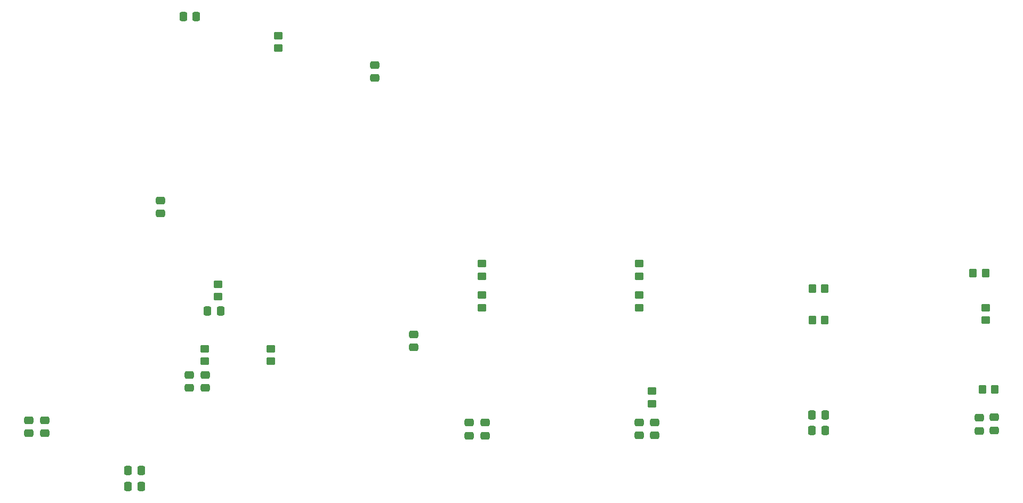
<source format=gbr>
%TF.GenerationSoftware,KiCad,Pcbnew,(6.0.0)*%
%TF.CreationDate,2024-02-18T00:07:20-06:00*%
%TF.ProjectId,MCD,4d43442e-6b69-4636-9164-5f7063625858,rev?*%
%TF.SameCoordinates,Original*%
%TF.FileFunction,Paste,Bot*%
%TF.FilePolarity,Positive*%
%FSLAX46Y46*%
G04 Gerber Fmt 4.6, Leading zero omitted, Abs format (unit mm)*
G04 Created by KiCad (PCBNEW (6.0.0)) date 2024-02-18 00:07:20*
%MOMM*%
%LPD*%
G01*
G04 APERTURE LIST*
G04 Aperture macros list*
%AMRoundRect*
0 Rectangle with rounded corners*
0 $1 Rounding radius*
0 $2 $3 $4 $5 $6 $7 $8 $9 X,Y pos of 4 corners*
0 Add a 4 corners polygon primitive as box body*
4,1,4,$2,$3,$4,$5,$6,$7,$8,$9,$2,$3,0*
0 Add four circle primitives for the rounded corners*
1,1,$1+$1,$2,$3*
1,1,$1+$1,$4,$5*
1,1,$1+$1,$6,$7*
1,1,$1+$1,$8,$9*
0 Add four rect primitives between the rounded corners*
20,1,$1+$1,$2,$3,$4,$5,0*
20,1,$1+$1,$4,$5,$6,$7,0*
20,1,$1+$1,$6,$7,$8,$9,0*
20,1,$1+$1,$8,$9,$2,$3,0*%
G04 Aperture macros list end*
%ADD10RoundRect,0.250000X-0.350000X-0.450000X0.350000X-0.450000X0.350000X0.450000X-0.350000X0.450000X0*%
%ADD11RoundRect,0.250000X0.350000X0.450000X-0.350000X0.450000X-0.350000X-0.450000X0.350000X-0.450000X0*%
%ADD12RoundRect,0.250000X0.475000X-0.337500X0.475000X0.337500X-0.475000X0.337500X-0.475000X-0.337500X0*%
%ADD13RoundRect,0.250000X0.450000X-0.350000X0.450000X0.350000X-0.450000X0.350000X-0.450000X-0.350000X0*%
%ADD14RoundRect,0.250000X0.337500X0.475000X-0.337500X0.475000X-0.337500X-0.475000X0.337500X-0.475000X0*%
%ADD15RoundRect,0.250000X-0.450000X0.350000X-0.450000X-0.350000X0.450000X-0.350000X0.450000X0.350000X0*%
%ADD16RoundRect,0.250000X-0.475000X0.337500X-0.475000X-0.337500X0.475000X-0.337500X0.475000X0.337500X0*%
G04 APERTURE END LIST*
D10*
%TO.C,R11*%
X269000000Y-121500000D03*
X271000000Y-121500000D03*
%TD*%
D11*
%TO.C,R5*%
X245500000Y-129000000D03*
X243500000Y-129000000D03*
%TD*%
D12*
%TO.C,C3*%
X216000000Y-147287500D03*
X216000000Y-145212500D03*
%TD*%
D13*
%TO.C,R1*%
X157500000Y-135500000D03*
X157500000Y-133500000D03*
%TD*%
D14*
%TO.C,C6*%
X136910510Y-155379490D03*
X134835510Y-155379490D03*
%TD*%
D15*
%TO.C,R15*%
X158650000Y-83800000D03*
X158650000Y-85800000D03*
%TD*%
D13*
%TO.C,R14*%
X271000000Y-129000000D03*
X271000000Y-127000000D03*
%TD*%
D15*
%TO.C,R7*%
X216000000Y-120000000D03*
X216000000Y-122000000D03*
%TD*%
D12*
%TO.C,C1*%
X218500000Y-147287500D03*
X218500000Y-145212500D03*
%TD*%
D15*
%TO.C,R8*%
X218000000Y-140250000D03*
X218000000Y-142250000D03*
%TD*%
D11*
%TO.C,R6*%
X245500000Y-124000000D03*
X243500000Y-124000000D03*
%TD*%
D14*
%TO.C,C22*%
X149537500Y-127500000D03*
X147462500Y-127500000D03*
%TD*%
D12*
%TO.C,C2*%
X272400000Y-146475000D03*
X272400000Y-144400000D03*
%TD*%
%TO.C,C10*%
X189000000Y-147325000D03*
X189000000Y-145250000D03*
%TD*%
%TO.C,C4*%
X270000000Y-146537500D03*
X270000000Y-144462500D03*
%TD*%
D15*
%TO.C,R9*%
X147000000Y-133500000D03*
X147000000Y-135500000D03*
%TD*%
D14*
%TO.C,C16*%
X145687500Y-80800000D03*
X143612500Y-80800000D03*
%TD*%
D12*
%TO.C,C13*%
X191500000Y-147325000D03*
X191500000Y-145250000D03*
%TD*%
%TO.C,C9*%
X147085510Y-139754490D03*
X147085510Y-137679490D03*
%TD*%
%TO.C,C15*%
X174000000Y-90537500D03*
X174000000Y-88462500D03*
%TD*%
D14*
%TO.C,C5*%
X136910510Y-152879490D03*
X134835510Y-152879490D03*
%TD*%
D15*
%TO.C,R3*%
X191000000Y-125000000D03*
X191000000Y-127000000D03*
%TD*%
D14*
%TO.C,C11*%
X245537500Y-144000000D03*
X243462500Y-144000000D03*
%TD*%
D12*
%TO.C,C7*%
X144585510Y-139754490D03*
X144585510Y-137679490D03*
%TD*%
D16*
%TO.C,C12*%
X121585510Y-144841990D03*
X121585510Y-146916990D03*
%TD*%
%TO.C,C17*%
X140000000Y-109962500D03*
X140000000Y-112037500D03*
%TD*%
D14*
%TO.C,C8*%
X245537500Y-146500000D03*
X243462500Y-146500000D03*
%TD*%
D12*
%TO.C,C23*%
X180150510Y-133297500D03*
X180150510Y-131222500D03*
%TD*%
D13*
%TO.C,R13*%
X149150510Y-125260000D03*
X149150510Y-123260000D03*
%TD*%
D11*
%TO.C,R12*%
X272500000Y-140000000D03*
X270500000Y-140000000D03*
%TD*%
D16*
%TO.C,C14*%
X119085510Y-144841990D03*
X119085510Y-146916990D03*
%TD*%
D15*
%TO.C,R10*%
X216000000Y-125000000D03*
X216000000Y-127000000D03*
%TD*%
%TO.C,R4*%
X191000000Y-120000000D03*
X191000000Y-122000000D03*
%TD*%
M02*

</source>
